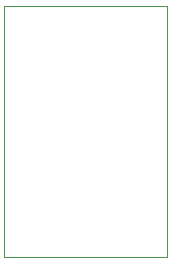
<source format=gbr>
G04 #@! TF.GenerationSoftware,KiCad,Pcbnew,(5.1.4)-1*
G04 #@! TF.CreationDate,2021-07-19T20:27:01-04:00*
G04 #@! TF.ProjectId,9301_to_74ls42,39333031-5f74-46f5-9f37-346c7334322e,rev?*
G04 #@! TF.SameCoordinates,Original*
G04 #@! TF.FileFunction,Profile,NP*
%FSLAX46Y46*%
G04 Gerber Fmt 4.6, Leading zero omitted, Abs format (unit mm)*
G04 Created by KiCad (PCBNEW (5.1.4)-1) date 2021-07-19 20:27:01*
%MOMM*%
%LPD*%
G04 APERTURE LIST*
%ADD10C,0.050000*%
G04 APERTURE END LIST*
D10*
X135000000Y-45750000D02*
X135000000Y-67000000D01*
X148750000Y-45750000D02*
X135000000Y-45750000D01*
X148750000Y-67000000D02*
X148750000Y-45750000D01*
X135000000Y-67000000D02*
X148750000Y-67000000D01*
M02*

</source>
